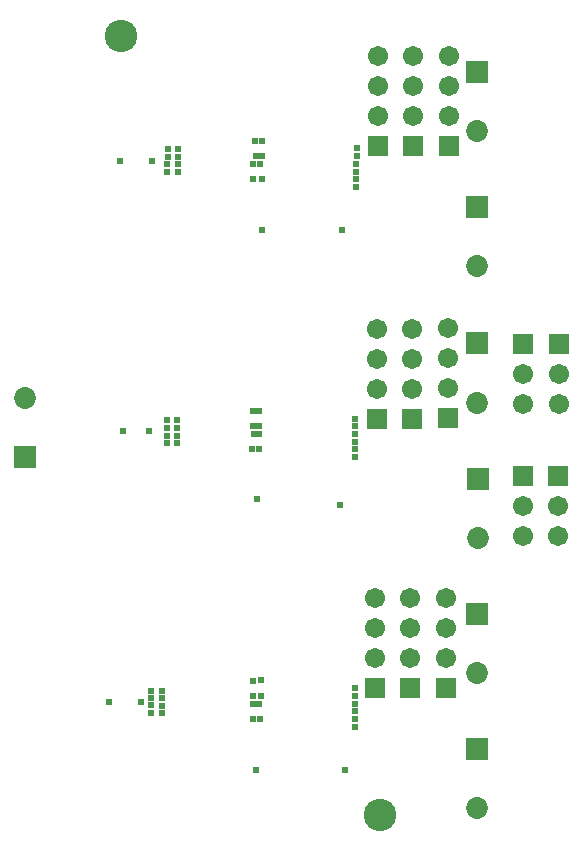
<source format=gbs>
G04 Layer_Color=16711935*
%FSLAX25Y25*%
%MOIN*%
G70*
G01*
G75*
%ADD31C,0.02400*%
%ADD43C,0.06706*%
%ADD44R,0.06706X0.06706*%
%ADD45R,0.07296X0.07296*%
%ADD46C,0.07296*%
%ADD47C,0.10800*%
D31*
X440761Y168939D02*
D03*
X440779Y166379D02*
D03*
Y163821D02*
D03*
X440739Y161261D02*
D03*
X440702Y158702D02*
D03*
X440743Y156143D02*
D03*
X407700Y141700D02*
D03*
X437400D02*
D03*
X369500Y164400D02*
D03*
X440939Y258739D02*
D03*
X440979Y256179D02*
D03*
X440920Y253621D02*
D03*
X440861Y251061D02*
D03*
X440798Y248502D02*
D03*
X440843Y245943D02*
D03*
X408100Y232100D02*
D03*
X436000Y230100D02*
D03*
X408820Y256179D02*
D03*
X372300Y254600D02*
D03*
X358800Y164300D02*
D03*
X363400Y254500D02*
D03*
X441439Y348839D02*
D03*
X441379Y346280D02*
D03*
X441280Y343721D02*
D03*
X441261Y341161D02*
D03*
X441298Y338602D02*
D03*
X441343Y336043D02*
D03*
X409700Y321500D02*
D03*
X436500D02*
D03*
X373200Y344600D02*
D03*
X362500D02*
D03*
X409802Y351398D02*
D03*
X409780Y346280D02*
D03*
X409802Y338602D02*
D03*
X409320Y343721D02*
D03*
X378100Y258200D02*
D03*
X381400D02*
D03*
Y255600D02*
D03*
X378100D02*
D03*
X381400Y253100D02*
D03*
X378100D02*
D03*
X381500Y250500D02*
D03*
X378200D02*
D03*
X381800Y348500D02*
D03*
X381900Y346000D02*
D03*
X382000Y343500D02*
D03*
Y340900D02*
D03*
X378400Y348500D02*
D03*
Y346000D02*
D03*
X378300Y343500D02*
D03*
Y340900D02*
D03*
X376500Y167900D02*
D03*
Y165500D02*
D03*
Y163100D02*
D03*
Y160700D02*
D03*
X373000Y167900D02*
D03*
Y165500D02*
D03*
Y163200D02*
D03*
Y160800D02*
D03*
X406902Y171498D02*
D03*
X406820Y166379D02*
D03*
Y163821D02*
D03*
X407602Y351398D02*
D03*
X407721Y346280D02*
D03*
X406802Y338602D02*
D03*
X406779Y343721D02*
D03*
X407000Y158750D02*
D03*
X409300Y158702D02*
D03*
X408920Y253621D02*
D03*
X407080D02*
D03*
X406920Y256179D02*
D03*
X408802Y261298D02*
D03*
X406998D02*
D03*
X408998Y248502D02*
D03*
X409400Y171600D02*
D03*
X409500Y166300D02*
D03*
X408779Y163821D02*
D03*
X406500Y248500D02*
D03*
D43*
X471200Y199100D02*
D03*
Y189100D02*
D03*
Y179100D02*
D03*
X459300Y199100D02*
D03*
Y189100D02*
D03*
Y179100D02*
D03*
X447500Y199100D02*
D03*
Y189100D02*
D03*
Y179100D02*
D03*
X471900Y288900D02*
D03*
Y278900D02*
D03*
Y268900D02*
D03*
X496800Y273800D02*
D03*
Y263800D02*
D03*
X508700Y273800D02*
D03*
Y263800D02*
D03*
X496700Y229500D02*
D03*
Y219500D02*
D03*
X508600Y229500D02*
D03*
Y219500D02*
D03*
X460000Y288800D02*
D03*
Y278800D02*
D03*
Y268800D02*
D03*
X448100Y288800D02*
D03*
Y278800D02*
D03*
Y268800D02*
D03*
X472100Y379600D02*
D03*
Y369600D02*
D03*
Y359600D02*
D03*
X460300Y379600D02*
D03*
Y369600D02*
D03*
Y359600D02*
D03*
X448500Y379600D02*
D03*
Y369600D02*
D03*
Y359600D02*
D03*
D44*
X471200Y169100D02*
D03*
X459300D02*
D03*
X447500D02*
D03*
X471900Y258900D02*
D03*
X496800Y283800D02*
D03*
X508700D02*
D03*
X496700Y239500D02*
D03*
X508600D02*
D03*
X460000Y258800D02*
D03*
X448100D02*
D03*
X472100Y349600D02*
D03*
X460300D02*
D03*
X448500D02*
D03*
D45*
X330800Y245957D02*
D03*
X481600Y148742D02*
D03*
Y193642D02*
D03*
X481500Y283842D02*
D03*
X481700Y238643D02*
D03*
X481600Y329242D02*
D03*
Y374342D02*
D03*
D46*
X330800Y265642D02*
D03*
X481600Y129058D02*
D03*
Y173958D02*
D03*
X481500Y264158D02*
D03*
X481700Y218957D02*
D03*
X481600Y309558D02*
D03*
Y354658D02*
D03*
D47*
X449100Y126500D02*
D03*
X362700Y386300D02*
D03*
M02*

</source>
